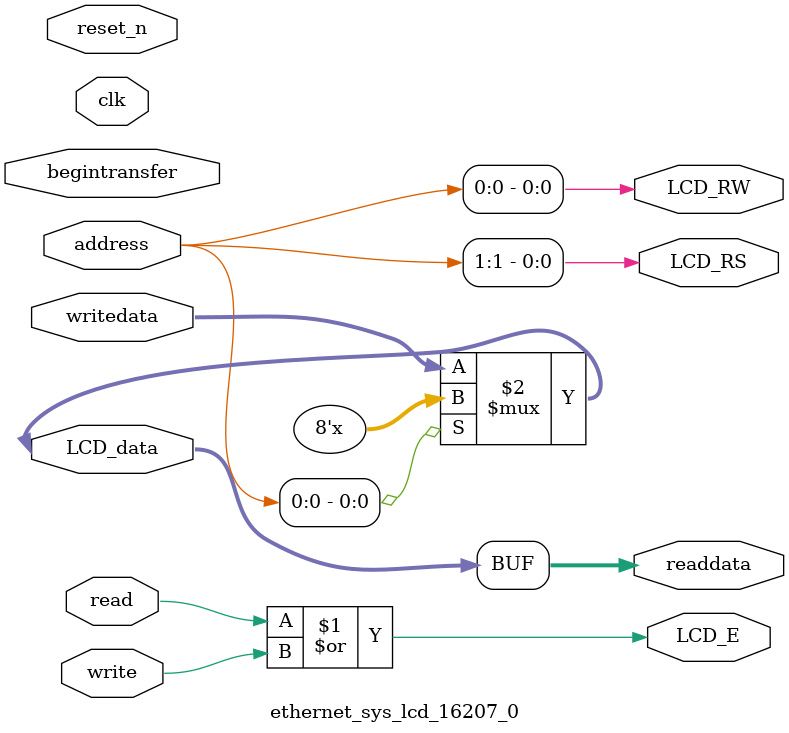
<source format=v>

`timescale 1ns / 1ps
// synthesis translate_on

// turn off superfluous verilog processor warnings 
// altera message_level Level1 
// altera message_off 10034 10035 10036 10037 10230 10240 10030 

module ethernet_sys_lcd_16207_0 (
                                  // inputs:
                                   address,
                                   begintransfer,
                                   clk,
                                   read,
                                   reset_n,
                                   write,
                                   writedata,

                                  // outputs:
                                   LCD_E,
                                   LCD_RS,
                                   LCD_RW,
                                   LCD_data,
                                   readdata
                                )
;

  output           LCD_E;
  output           LCD_RS;
  output           LCD_RW;
  inout   [  7: 0] LCD_data;
  output  [  7: 0] readdata;
  input   [  1: 0] address;
  input            begintransfer;
  input            clk;
  input            read;
  input            reset_n;
  input            write;
  input   [  7: 0] writedata;


wire             LCD_E;
wire             LCD_RS;
wire             LCD_RW;
wire    [  7: 0] LCD_data;
wire    [  7: 0] readdata;
  assign LCD_RW = address[0];
  assign LCD_RS = address[1];
  assign LCD_E = read | write;
  assign LCD_data = (address[0]) ? {8{1'bz}} : writedata;
  assign readdata = LCD_data;
  //control_slave, which is an e_avalon_slave

endmodule


</source>
